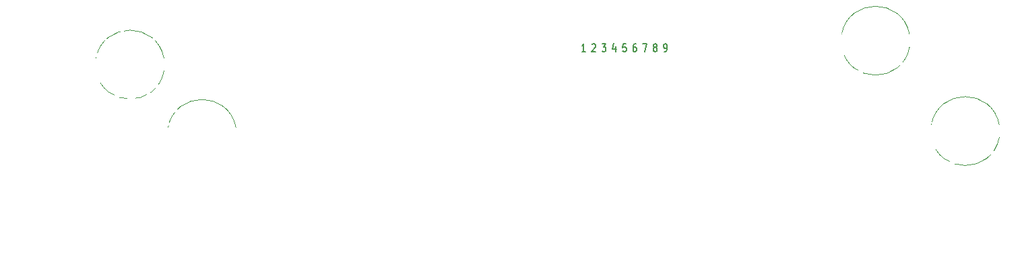
<source format=gbr>
%TF.GenerationSoftware,KiCad,Pcbnew,8.0.5*%
%TF.CreationDate,2026-02-16T11:04:40+00:00*%
%TF.ProjectId,CD32 pad,43443332-2070-4616-942e-6b696361645f,rev?*%
%TF.SameCoordinates,Original*%
%TF.FileFunction,Legend,Top*%
%TF.FilePolarity,Positive*%
%FSLAX46Y46*%
G04 Gerber Fmt 4.6, Leading zero omitted, Abs format (unit mm)*
G04 Created by KiCad (PCBNEW 8.0.5) date 2026-02-16 11:04:40*
%MOMM*%
%LPD*%
G01*
G04 APERTURE LIST*
G04 Aperture macros list*
%AMRoundRect*
0 Rectangle with rounded corners*
0 $1 Rounding radius*
0 $2 $3 $4 $5 $6 $7 $8 $9 X,Y pos of 4 corners*
0 Add a 4 corners polygon primitive as box body*
4,1,4,$2,$3,$4,$5,$6,$7,$8,$9,$2,$3,0*
0 Add four circle primitives for the rounded corners*
1,1,$1+$1,$2,$3*
1,1,$1+$1,$4,$5*
1,1,$1+$1,$6,$7*
1,1,$1+$1,$8,$9*
0 Add four rect primitives between the rounded corners*
20,1,$1+$1,$2,$3,$4,$5,0*
20,1,$1+$1,$4,$5,$6,$7,0*
20,1,$1+$1,$6,$7,$8,$9,0*
20,1,$1+$1,$8,$9,$2,$3,0*%
%AMFreePoly0*
4,1,112,0.210476,1.108134,0.334819,1.036344,0.436344,0.934819,0.508134,0.810476,0.545295,0.671789,0.550000,0.600000,0.550000,0.003100,0.912920,-0.037398,1.374502,-0.125110,1.828012,-0.247912,2.270786,-0.405082,2.700224,-0.595697,2.700225,-0.595697,2.776987,-0.649709,2.833303,-0.724799,2.863658,-0.813615,2.865081,-0.907465,2.837434,-0.997162,2.783422,-1.073924,2.708332,-1.130240,
2.619516,-1.160595,2.525666,-1.162018,2.435969,-1.134371,2.245559,-1.040965,2.100000,-0.982925,2.100000,-5.200000,2.097433,-5.239158,2.077164,-5.314805,2.038006,-5.382628,1.982628,-5.438006,1.914805,-5.477164,1.839158,-5.497433,1.760842,-5.497433,1.685195,-5.477164,1.617372,-5.438006,1.561994,-5.382628,1.522836,-5.314805,1.502567,-5.239158,1.500000,-5.200000,1.500000,-0.774045,
1.446675,-0.757388,1.033299,-0.662293,0.613855,-0.599132,0.190806,-0.568277,-0.233363,-0.569909,-0.300000,-0.575284,-0.300000,-5.600000,-0.302567,-5.639158,-0.322836,-5.714805,-0.361994,-5.782628,-0.417372,-5.838006,-0.485195,-5.877164,-0.560842,-5.897433,-0.639158,-5.897433,-0.714805,-5.877164,-0.782628,-5.838006,-0.838006,-5.782628,-0.877164,-5.714805,-0.897433,-5.639158,-0.900000,-5.600000,
-0.900000,-0.642656,-1.075108,-0.670404,-1.487739,-0.768677,-1.891633,-0.898261,-2.284418,-1.058393,-2.663787,-1.248134,-2.700000,-1.269861,-2.700000,-5.000000,-2.702567,-5.039158,-2.722836,-5.114805,-2.761994,-5.182628,-2.817372,-5.238006,-2.885195,-5.277164,-2.960842,-5.297433,-3.039158,-5.297433,-3.114805,-5.277164,-3.182628,-5.238006,-3.238006,-5.182628,-3.277164,-5.114805,-3.297433,-5.039158,
-3.300000,-5.000000,-3.300000,-1.100001,-3.298549,-1.077880,-3.298842,-1.073665,-3.298071,-1.070583,-3.297433,-1.060843,-3.277164,-0.985196,-3.276388,-0.983852,-3.276077,-0.982607,-3.270804,-0.974180,-3.238006,-0.917373,-3.230660,-0.910027,-3.226288,-0.903040,-3.210143,-0.889510,-3.182628,-0.861995,-3.165531,-0.852124,-3.154349,-0.842753,-2.742496,-0.616636,-2.314537,-0.422723,-1.872985,-0.262150,
-1.420433,-0.135863,-0.959540,-0.044602,-0.550000,0.004292,-0.550000,0.600000,-0.545295,0.671789,-0.508134,0.810476,-0.436344,0.934819,-0.334819,1.036344,-0.210476,1.108134,-0.071789,1.145295,0.071789,1.145295,0.210476,1.108134,0.210476,1.108134,$1*%
G04 Aperture macros list end*
%ADD10C,0.150000*%
%ADD11C,0.120000*%
%ADD12C,0.100000*%
%ADD13RoundRect,0.150000X-0.150000X0.825000X-0.150000X-0.825000X0.150000X-0.825000X0.150000X0.825000X0*%
%ADD14FreePoly0,90.000000*%
%ADD15FreePoly0,270.000000*%
%ADD16R,1.000000X1.000000*%
%ADD17O,1.000000X1.000000*%
%ADD18R,1.600000X1.600000*%
%ADD19C,1.600000*%
%ADD20C,2.100000*%
%ADD21C,1.750000*%
G04 APERTURE END LIST*
D10*
X156920112Y-86769819D02*
X156491541Y-86769819D01*
X156705826Y-86769819D02*
X156705826Y-85769819D01*
X156705826Y-85769819D02*
X156634398Y-85912676D01*
X156634398Y-85912676D02*
X156562969Y-86007914D01*
X156562969Y-86007914D02*
X156491541Y-86055533D01*
X157777256Y-85865057D02*
X157812970Y-85817438D01*
X157812970Y-85817438D02*
X157884399Y-85769819D01*
X157884399Y-85769819D02*
X158062970Y-85769819D01*
X158062970Y-85769819D02*
X158134399Y-85817438D01*
X158134399Y-85817438D02*
X158170113Y-85865057D01*
X158170113Y-85865057D02*
X158205827Y-85960295D01*
X158205827Y-85960295D02*
X158205827Y-86055533D01*
X158205827Y-86055533D02*
X158170113Y-86198390D01*
X158170113Y-86198390D02*
X157741541Y-86769819D01*
X157741541Y-86769819D02*
X158205827Y-86769819D01*
X159027256Y-85769819D02*
X159491542Y-85769819D01*
X159491542Y-85769819D02*
X159241542Y-86150771D01*
X159241542Y-86150771D02*
X159348685Y-86150771D01*
X159348685Y-86150771D02*
X159420114Y-86198390D01*
X159420114Y-86198390D02*
X159455828Y-86246009D01*
X159455828Y-86246009D02*
X159491542Y-86341247D01*
X159491542Y-86341247D02*
X159491542Y-86579342D01*
X159491542Y-86579342D02*
X159455828Y-86674580D01*
X159455828Y-86674580D02*
X159420114Y-86722200D01*
X159420114Y-86722200D02*
X159348685Y-86769819D01*
X159348685Y-86769819D02*
X159134399Y-86769819D01*
X159134399Y-86769819D02*
X159062971Y-86722200D01*
X159062971Y-86722200D02*
X159027256Y-86674580D01*
X160705829Y-86103152D02*
X160705829Y-86769819D01*
X160527257Y-85722200D02*
X160348686Y-86436485D01*
X160348686Y-86436485D02*
X160812971Y-86436485D01*
X162027258Y-85769819D02*
X161670115Y-85769819D01*
X161670115Y-85769819D02*
X161634401Y-86246009D01*
X161634401Y-86246009D02*
X161670115Y-86198390D01*
X161670115Y-86198390D02*
X161741544Y-86150771D01*
X161741544Y-86150771D02*
X161920115Y-86150771D01*
X161920115Y-86150771D02*
X161991544Y-86198390D01*
X161991544Y-86198390D02*
X162027258Y-86246009D01*
X162027258Y-86246009D02*
X162062972Y-86341247D01*
X162062972Y-86341247D02*
X162062972Y-86579342D01*
X162062972Y-86579342D02*
X162027258Y-86674580D01*
X162027258Y-86674580D02*
X161991544Y-86722200D01*
X161991544Y-86722200D02*
X161920115Y-86769819D01*
X161920115Y-86769819D02*
X161741544Y-86769819D01*
X161741544Y-86769819D02*
X161670115Y-86722200D01*
X161670115Y-86722200D02*
X161634401Y-86674580D01*
X163277259Y-85769819D02*
X163134401Y-85769819D01*
X163134401Y-85769819D02*
X163062973Y-85817438D01*
X163062973Y-85817438D02*
X163027259Y-85865057D01*
X163027259Y-85865057D02*
X162955830Y-86007914D01*
X162955830Y-86007914D02*
X162920116Y-86198390D01*
X162920116Y-86198390D02*
X162920116Y-86579342D01*
X162920116Y-86579342D02*
X162955830Y-86674580D01*
X162955830Y-86674580D02*
X162991544Y-86722200D01*
X162991544Y-86722200D02*
X163062973Y-86769819D01*
X163062973Y-86769819D02*
X163205830Y-86769819D01*
X163205830Y-86769819D02*
X163277259Y-86722200D01*
X163277259Y-86722200D02*
X163312973Y-86674580D01*
X163312973Y-86674580D02*
X163348687Y-86579342D01*
X163348687Y-86579342D02*
X163348687Y-86341247D01*
X163348687Y-86341247D02*
X163312973Y-86246009D01*
X163312973Y-86246009D02*
X163277259Y-86198390D01*
X163277259Y-86198390D02*
X163205830Y-86150771D01*
X163205830Y-86150771D02*
X163062973Y-86150771D01*
X163062973Y-86150771D02*
X162991544Y-86198390D01*
X162991544Y-86198390D02*
X162955830Y-86246009D01*
X162955830Y-86246009D02*
X162920116Y-86341247D01*
X164170116Y-85769819D02*
X164670116Y-85769819D01*
X164670116Y-85769819D02*
X164348688Y-86769819D01*
X165634403Y-86198390D02*
X165562974Y-86150771D01*
X165562974Y-86150771D02*
X165527260Y-86103152D01*
X165527260Y-86103152D02*
X165491546Y-86007914D01*
X165491546Y-86007914D02*
X165491546Y-85960295D01*
X165491546Y-85960295D02*
X165527260Y-85865057D01*
X165527260Y-85865057D02*
X165562974Y-85817438D01*
X165562974Y-85817438D02*
X165634403Y-85769819D01*
X165634403Y-85769819D02*
X165777260Y-85769819D01*
X165777260Y-85769819D02*
X165848689Y-85817438D01*
X165848689Y-85817438D02*
X165884403Y-85865057D01*
X165884403Y-85865057D02*
X165920117Y-85960295D01*
X165920117Y-85960295D02*
X165920117Y-86007914D01*
X165920117Y-86007914D02*
X165884403Y-86103152D01*
X165884403Y-86103152D02*
X165848689Y-86150771D01*
X165848689Y-86150771D02*
X165777260Y-86198390D01*
X165777260Y-86198390D02*
X165634403Y-86198390D01*
X165634403Y-86198390D02*
X165562974Y-86246009D01*
X165562974Y-86246009D02*
X165527260Y-86293628D01*
X165527260Y-86293628D02*
X165491546Y-86388866D01*
X165491546Y-86388866D02*
X165491546Y-86579342D01*
X165491546Y-86579342D02*
X165527260Y-86674580D01*
X165527260Y-86674580D02*
X165562974Y-86722200D01*
X165562974Y-86722200D02*
X165634403Y-86769819D01*
X165634403Y-86769819D02*
X165777260Y-86769819D01*
X165777260Y-86769819D02*
X165848689Y-86722200D01*
X165848689Y-86722200D02*
X165884403Y-86674580D01*
X165884403Y-86674580D02*
X165920117Y-86579342D01*
X165920117Y-86579342D02*
X165920117Y-86388866D01*
X165920117Y-86388866D02*
X165884403Y-86293628D01*
X165884403Y-86293628D02*
X165848689Y-86246009D01*
X165848689Y-86246009D02*
X165777260Y-86198390D01*
X166848689Y-86769819D02*
X166991546Y-86769819D01*
X166991546Y-86769819D02*
X167062975Y-86722200D01*
X167062975Y-86722200D02*
X167098689Y-86674580D01*
X167098689Y-86674580D02*
X167170118Y-86531723D01*
X167170118Y-86531723D02*
X167205832Y-86341247D01*
X167205832Y-86341247D02*
X167205832Y-85960295D01*
X167205832Y-85960295D02*
X167170118Y-85865057D01*
X167170118Y-85865057D02*
X167134404Y-85817438D01*
X167134404Y-85817438D02*
X167062975Y-85769819D01*
X167062975Y-85769819D02*
X166920118Y-85769819D01*
X166920118Y-85769819D02*
X166848689Y-85817438D01*
X166848689Y-85817438D02*
X166812975Y-85865057D01*
X166812975Y-85865057D02*
X166777261Y-85960295D01*
X166777261Y-85960295D02*
X166777261Y-86198390D01*
X166777261Y-86198390D02*
X166812975Y-86293628D01*
X166812975Y-86293628D02*
X166848689Y-86341247D01*
X166848689Y-86341247D02*
X166920118Y-86388866D01*
X166920118Y-86388866D02*
X167062975Y-86388866D01*
X167062975Y-86388866D02*
X167134404Y-86341247D01*
X167134404Y-86341247D02*
X167170118Y-86293628D01*
X167170118Y-86293628D02*
X167205832Y-86198390D01*
X167738095Y-94129819D02*
X167738095Y-94939342D01*
X167738095Y-94939342D02*
X167785714Y-95034580D01*
X167785714Y-95034580D02*
X167833333Y-95082200D01*
X167833333Y-95082200D02*
X167928571Y-95129819D01*
X167928571Y-95129819D02*
X168119047Y-95129819D01*
X168119047Y-95129819D02*
X168214285Y-95082200D01*
X168214285Y-95082200D02*
X168261904Y-95034580D01*
X168261904Y-95034580D02*
X168309523Y-94939342D01*
X168309523Y-94939342D02*
X168309523Y-94129819D01*
X168738095Y-94225057D02*
X168785714Y-94177438D01*
X168785714Y-94177438D02*
X168880952Y-94129819D01*
X168880952Y-94129819D02*
X169119047Y-94129819D01*
X169119047Y-94129819D02*
X169214285Y-94177438D01*
X169214285Y-94177438D02*
X169261904Y-94225057D01*
X169261904Y-94225057D02*
X169309523Y-94320295D01*
X169309523Y-94320295D02*
X169309523Y-94415533D01*
X169309523Y-94415533D02*
X169261904Y-94558390D01*
X169261904Y-94558390D02*
X168690476Y-95129819D01*
X168690476Y-95129819D02*
X169309523Y-95129819D01*
X159380952Y-96879819D02*
X160047618Y-96879819D01*
X160047618Y-96879819D02*
X159619047Y-97879819D01*
X160857142Y-97213152D02*
X160857142Y-97879819D01*
X160619047Y-96832200D02*
X160380952Y-97546485D01*
X160380952Y-97546485D02*
X160999999Y-97546485D01*
X161857142Y-97879819D02*
X161380952Y-97879819D01*
X161380952Y-97879819D02*
X161380952Y-96879819D01*
X162142857Y-97832200D02*
X162285714Y-97879819D01*
X162285714Y-97879819D02*
X162523809Y-97879819D01*
X162523809Y-97879819D02*
X162619047Y-97832200D01*
X162619047Y-97832200D02*
X162666666Y-97784580D01*
X162666666Y-97784580D02*
X162714285Y-97689342D01*
X162714285Y-97689342D02*
X162714285Y-97594104D01*
X162714285Y-97594104D02*
X162666666Y-97498866D01*
X162666666Y-97498866D02*
X162619047Y-97451247D01*
X162619047Y-97451247D02*
X162523809Y-97403628D01*
X162523809Y-97403628D02*
X162333333Y-97356009D01*
X162333333Y-97356009D02*
X162238095Y-97308390D01*
X162238095Y-97308390D02*
X162190476Y-97260771D01*
X162190476Y-97260771D02*
X162142857Y-97165533D01*
X162142857Y-97165533D02*
X162142857Y-97070295D01*
X162142857Y-97070295D02*
X162190476Y-96975057D01*
X162190476Y-96975057D02*
X162238095Y-96927438D01*
X162238095Y-96927438D02*
X162333333Y-96879819D01*
X162333333Y-96879819D02*
X162571428Y-96879819D01*
X162571428Y-96879819D02*
X162714285Y-96927438D01*
X163666666Y-97879819D02*
X163095238Y-97879819D01*
X163380952Y-97879819D02*
X163380952Y-96879819D01*
X163380952Y-96879819D02*
X163285714Y-97022676D01*
X163285714Y-97022676D02*
X163190476Y-97117914D01*
X163190476Y-97117914D02*
X163095238Y-97165533D01*
X164047619Y-96975057D02*
X164095238Y-96927438D01*
X164095238Y-96927438D02*
X164190476Y-96879819D01*
X164190476Y-96879819D02*
X164428571Y-96879819D01*
X164428571Y-96879819D02*
X164523809Y-96927438D01*
X164523809Y-96927438D02*
X164571428Y-96975057D01*
X164571428Y-96975057D02*
X164619047Y-97070295D01*
X164619047Y-97070295D02*
X164619047Y-97165533D01*
X164619047Y-97165533D02*
X164571428Y-97308390D01*
X164571428Y-97308390D02*
X164000000Y-97879819D01*
X164000000Y-97879819D02*
X164619047Y-97879819D01*
X165523809Y-96879819D02*
X165047619Y-96879819D01*
X165047619Y-96879819D02*
X165000000Y-97356009D01*
X165000000Y-97356009D02*
X165047619Y-97308390D01*
X165047619Y-97308390D02*
X165142857Y-97260771D01*
X165142857Y-97260771D02*
X165380952Y-97260771D01*
X165380952Y-97260771D02*
X165476190Y-97308390D01*
X165476190Y-97308390D02*
X165523809Y-97356009D01*
X165523809Y-97356009D02*
X165571428Y-97451247D01*
X165571428Y-97451247D02*
X165571428Y-97689342D01*
X165571428Y-97689342D02*
X165523809Y-97784580D01*
X165523809Y-97784580D02*
X165476190Y-97832200D01*
X165476190Y-97832200D02*
X165380952Y-97879819D01*
X165380952Y-97879819D02*
X165142857Y-97879819D01*
X165142857Y-97879819D02*
X165047619Y-97832200D01*
X165047619Y-97832200D02*
X165000000Y-97784580D01*
X153988095Y-94129819D02*
X153988095Y-94939342D01*
X153988095Y-94939342D02*
X154035714Y-95034580D01*
X154035714Y-95034580D02*
X154083333Y-95082200D01*
X154083333Y-95082200D02*
X154178571Y-95129819D01*
X154178571Y-95129819D02*
X154369047Y-95129819D01*
X154369047Y-95129819D02*
X154464285Y-95082200D01*
X154464285Y-95082200D02*
X154511904Y-95034580D01*
X154511904Y-95034580D02*
X154559523Y-94939342D01*
X154559523Y-94939342D02*
X154559523Y-94129819D01*
X155559523Y-95129819D02*
X154988095Y-95129819D01*
X155273809Y-95129819D02*
X155273809Y-94129819D01*
X155273809Y-94129819D02*
X155178571Y-94272676D01*
X155178571Y-94272676D02*
X155083333Y-94367914D01*
X155083333Y-94367914D02*
X154988095Y-94415533D01*
X144880952Y-96879819D02*
X145547618Y-96879819D01*
X145547618Y-96879819D02*
X145119047Y-97879819D01*
X146357142Y-97213152D02*
X146357142Y-97879819D01*
X146119047Y-96832200D02*
X145880952Y-97546485D01*
X145880952Y-97546485D02*
X146499999Y-97546485D01*
X147357142Y-97879819D02*
X146880952Y-97879819D01*
X146880952Y-97879819D02*
X146880952Y-96879819D01*
X147642857Y-97832200D02*
X147785714Y-97879819D01*
X147785714Y-97879819D02*
X148023809Y-97879819D01*
X148023809Y-97879819D02*
X148119047Y-97832200D01*
X148119047Y-97832200D02*
X148166666Y-97784580D01*
X148166666Y-97784580D02*
X148214285Y-97689342D01*
X148214285Y-97689342D02*
X148214285Y-97594104D01*
X148214285Y-97594104D02*
X148166666Y-97498866D01*
X148166666Y-97498866D02*
X148119047Y-97451247D01*
X148119047Y-97451247D02*
X148023809Y-97403628D01*
X148023809Y-97403628D02*
X147833333Y-97356009D01*
X147833333Y-97356009D02*
X147738095Y-97308390D01*
X147738095Y-97308390D02*
X147690476Y-97260771D01*
X147690476Y-97260771D02*
X147642857Y-97165533D01*
X147642857Y-97165533D02*
X147642857Y-97070295D01*
X147642857Y-97070295D02*
X147690476Y-96975057D01*
X147690476Y-96975057D02*
X147738095Y-96927438D01*
X147738095Y-96927438D02*
X147833333Y-96879819D01*
X147833333Y-96879819D02*
X148071428Y-96879819D01*
X148071428Y-96879819D02*
X148214285Y-96927438D01*
X149166666Y-97879819D02*
X148595238Y-97879819D01*
X148880952Y-97879819D02*
X148880952Y-96879819D01*
X148880952Y-96879819D02*
X148785714Y-97022676D01*
X148785714Y-97022676D02*
X148690476Y-97117914D01*
X148690476Y-97117914D02*
X148595238Y-97165533D01*
X150023809Y-96879819D02*
X149833333Y-96879819D01*
X149833333Y-96879819D02*
X149738095Y-96927438D01*
X149738095Y-96927438D02*
X149690476Y-96975057D01*
X149690476Y-96975057D02*
X149595238Y-97117914D01*
X149595238Y-97117914D02*
X149547619Y-97308390D01*
X149547619Y-97308390D02*
X149547619Y-97689342D01*
X149547619Y-97689342D02*
X149595238Y-97784580D01*
X149595238Y-97784580D02*
X149642857Y-97832200D01*
X149642857Y-97832200D02*
X149738095Y-97879819D01*
X149738095Y-97879819D02*
X149928571Y-97879819D01*
X149928571Y-97879819D02*
X150023809Y-97832200D01*
X150023809Y-97832200D02*
X150071428Y-97784580D01*
X150071428Y-97784580D02*
X150119047Y-97689342D01*
X150119047Y-97689342D02*
X150119047Y-97451247D01*
X150119047Y-97451247D02*
X150071428Y-97356009D01*
X150071428Y-97356009D02*
X150023809Y-97308390D01*
X150023809Y-97308390D02*
X149928571Y-97260771D01*
X149928571Y-97260771D02*
X149738095Y-97260771D01*
X149738095Y-97260771D02*
X149642857Y-97308390D01*
X149642857Y-97308390D02*
X149595238Y-97356009D01*
X149595238Y-97356009D02*
X149547619Y-97451247D01*
X151023809Y-96879819D02*
X150547619Y-96879819D01*
X150547619Y-96879819D02*
X150500000Y-97356009D01*
X150500000Y-97356009D02*
X150547619Y-97308390D01*
X150547619Y-97308390D02*
X150642857Y-97260771D01*
X150642857Y-97260771D02*
X150880952Y-97260771D01*
X150880952Y-97260771D02*
X150976190Y-97308390D01*
X150976190Y-97308390D02*
X151023809Y-97356009D01*
X151023809Y-97356009D02*
X151071428Y-97451247D01*
X151071428Y-97451247D02*
X151071428Y-97689342D01*
X151071428Y-97689342D02*
X151023809Y-97784580D01*
X151023809Y-97784580D02*
X150976190Y-97832200D01*
X150976190Y-97832200D02*
X150880952Y-97879819D01*
X150880952Y-97879819D02*
X150642857Y-97879819D01*
X150642857Y-97879819D02*
X150547619Y-97832200D01*
X150547619Y-97832200D02*
X150500000Y-97784580D01*
X173333333Y-95609580D02*
X173285714Y-95657200D01*
X173285714Y-95657200D02*
X173142857Y-95704819D01*
X173142857Y-95704819D02*
X173047619Y-95704819D01*
X173047619Y-95704819D02*
X172904762Y-95657200D01*
X172904762Y-95657200D02*
X172809524Y-95561961D01*
X172809524Y-95561961D02*
X172761905Y-95466723D01*
X172761905Y-95466723D02*
X172714286Y-95276247D01*
X172714286Y-95276247D02*
X172714286Y-95133390D01*
X172714286Y-95133390D02*
X172761905Y-94942914D01*
X172761905Y-94942914D02*
X172809524Y-94847676D01*
X172809524Y-94847676D02*
X172904762Y-94752438D01*
X172904762Y-94752438D02*
X173047619Y-94704819D01*
X173047619Y-94704819D02*
X173142857Y-94704819D01*
X173142857Y-94704819D02*
X173285714Y-94752438D01*
X173285714Y-94752438D02*
X173333333Y-94800057D01*
X173714286Y-94800057D02*
X173761905Y-94752438D01*
X173761905Y-94752438D02*
X173857143Y-94704819D01*
X173857143Y-94704819D02*
X174095238Y-94704819D01*
X174095238Y-94704819D02*
X174190476Y-94752438D01*
X174190476Y-94752438D02*
X174238095Y-94800057D01*
X174238095Y-94800057D02*
X174285714Y-94895295D01*
X174285714Y-94895295D02*
X174285714Y-94990533D01*
X174285714Y-94990533D02*
X174238095Y-95133390D01*
X174238095Y-95133390D02*
X173666667Y-95704819D01*
X173666667Y-95704819D02*
X174285714Y-95704819D01*
D11*
%TO.C,U2*%
X158125000Y-97450000D02*
X158125000Y-95500000D01*
X158125000Y-97450000D02*
X158125000Y-99400000D01*
X166995000Y-97450000D02*
X166995000Y-95500000D01*
X166995000Y-97450000D02*
X166995000Y-99400000D01*
X167260000Y-94990000D02*
X166930000Y-94750000D01*
X167260000Y-94510000D01*
X167260000Y-94990000D01*
G36*
X167260000Y-94990000D02*
G01*
X166930000Y-94750000D01*
X167260000Y-94510000D01*
X167260000Y-94990000D01*
G37*
D12*
%TO.C,SW8*%
X177749490Y-95975001D02*
G75*
G02*
X186297889Y-95961116I4275510J-799999D01*
G01*
X186297889Y-97575001D02*
G75*
G02*
X177749490Y-97561116I-4272889J813884D01*
G01*
D11*
%TO.C,U1*%
X142940000Y-97425000D02*
X142940000Y-95475000D01*
X142940000Y-97425000D02*
X142940000Y-99375000D01*
X153060000Y-97425000D02*
X153060000Y-95475000D01*
X153060000Y-97425000D02*
X153060000Y-99375000D01*
X153335000Y-94965000D02*
X153005000Y-94725000D01*
X153335000Y-94485000D01*
X153335000Y-94965000D01*
G36*
X153335000Y-94965000D02*
G01*
X153005000Y-94725000D01*
X153335000Y-94485000D01*
X153335000Y-94965000D01*
G37*
D12*
%TO.C,SW12*%
X158574490Y-108376943D02*
G75*
G02*
X167122889Y-108363058I4275510J-799999D01*
G01*
X167122889Y-109976943D02*
G75*
G02*
X158574490Y-109963058I-4272889J813884D01*
G01*
%TO.C,SW1*%
X95427111Y-87599999D02*
G75*
G02*
X103975510Y-87613884I4272889J-813884D01*
G01*
X103975510Y-89199999D02*
G75*
G02*
X95427111Y-89213884I-4275510J799999D01*
G01*
%TO.C,SW2*%
X95427111Y-105099999D02*
G75*
G02*
X103975510Y-105113884I4272889J-813884D01*
G01*
X103975510Y-106699999D02*
G75*
G02*
X95427111Y-106713884I-4275510J799999D01*
G01*
%TO.C,SW7*%
X189124490Y-84600001D02*
G75*
G02*
X197672889Y-84586116I4275510J-799999D01*
G01*
X197672889Y-86200001D02*
G75*
G02*
X189124490Y-86186116I-4272889J813884D01*
G01*
%TO.C,SW3*%
X86477111Y-96349999D02*
G75*
G02*
X95025510Y-96363884I4272889J-813884D01*
G01*
X95025510Y-97949999D02*
G75*
G02*
X86477111Y-97963884I-4275510J799999D01*
G01*
%TO.C,SW4*%
X104474490Y-96350001D02*
G75*
G02*
X113022889Y-96336116I4275510J-799999D01*
G01*
X113022889Y-97950001D02*
G75*
G02*
X104474490Y-97936116I-4272889J813884D01*
G01*
%TO.C,SW11*%
X127477111Y-108363882D02*
G75*
G02*
X136025510Y-108377767I4272889J-813884D01*
G01*
X136025510Y-109963882D02*
G75*
G02*
X127477111Y-109977767I-4275510J799999D01*
G01*
%TO.C,SW6*%
X189099490Y-107350001D02*
G75*
G02*
X197647889Y-107336116I4275510J-799999D01*
G01*
X197647889Y-108950001D02*
G75*
G02*
X189099490Y-108936116I-4272889J813884D01*
G01*
D11*
%TO.C,C2*%
X168240113Y-90875000D02*
X168740113Y-90875000D01*
X168490113Y-90625000D02*
X168490113Y-91125000D01*
X171044888Y-89770000D02*
X171044888Y-91310000D01*
X171044888Y-93390000D02*
X171044888Y-94930000D01*
X171084888Y-89770000D02*
X171084888Y-91310000D01*
X171084888Y-93390000D02*
X171084888Y-94930000D01*
X171124888Y-89771000D02*
X171124888Y-91310000D01*
X171124888Y-93390000D02*
X171124888Y-94929000D01*
X171164888Y-89772000D02*
X171164888Y-91310000D01*
X171164888Y-93390000D02*
X171164888Y-94928000D01*
X171204888Y-89774000D02*
X171204888Y-91310000D01*
X171204888Y-93390000D02*
X171204888Y-94926000D01*
X171244888Y-89777000D02*
X171244888Y-91310000D01*
X171244888Y-93390000D02*
X171244888Y-94923000D01*
X171284888Y-89781000D02*
X171284888Y-91310000D01*
X171284888Y-93390000D02*
X171284888Y-94919000D01*
X171324888Y-89785000D02*
X171324888Y-91310000D01*
X171324888Y-93390000D02*
X171324888Y-94915000D01*
X171364888Y-89789000D02*
X171364888Y-91310000D01*
X171364888Y-93390000D02*
X171364888Y-94911000D01*
X171404888Y-89794000D02*
X171404888Y-91310000D01*
X171404888Y-93390000D02*
X171404888Y-94906000D01*
X171444888Y-89800000D02*
X171444888Y-91310000D01*
X171444888Y-93390000D02*
X171444888Y-94900000D01*
X171484888Y-89807000D02*
X171484888Y-91310000D01*
X171484888Y-93390000D02*
X171484888Y-94893000D01*
X171524888Y-89814000D02*
X171524888Y-91310000D01*
X171524888Y-93390000D02*
X171524888Y-94886000D01*
X171564888Y-89822000D02*
X171564888Y-91310000D01*
X171564888Y-93390000D02*
X171564888Y-94878000D01*
X171604888Y-89830000D02*
X171604888Y-91310000D01*
X171604888Y-93390000D02*
X171604888Y-94870000D01*
X171644888Y-89839000D02*
X171644888Y-91310000D01*
X171644888Y-93390000D02*
X171644888Y-94861000D01*
X171684888Y-89849000D02*
X171684888Y-91310000D01*
X171684888Y-93390000D02*
X171684888Y-94851000D01*
X171724888Y-89859000D02*
X171724888Y-91310000D01*
X171724888Y-93390000D02*
X171724888Y-94841000D01*
X171765888Y-89870000D02*
X171765888Y-91310000D01*
X171765888Y-93390000D02*
X171765888Y-94830000D01*
X171805888Y-89882000D02*
X171805888Y-91310000D01*
X171805888Y-93390000D02*
X171805888Y-94818000D01*
X171845888Y-89895000D02*
X171845888Y-91310000D01*
X171845888Y-93390000D02*
X171845888Y-94805000D01*
X171885888Y-89908000D02*
X171885888Y-91310000D01*
X171885888Y-93390000D02*
X171885888Y-94792000D01*
X171925888Y-89922000D02*
X171925888Y-91310000D01*
X171925888Y-93390000D02*
X171925888Y-94778000D01*
X171965888Y-89936000D02*
X171965888Y-91310000D01*
X171965888Y-93390000D02*
X171965888Y-94764000D01*
X172005888Y-89952000D02*
X172005888Y-91310000D01*
X172005888Y-93390000D02*
X172005888Y-94748000D01*
X172045888Y-89968000D02*
X172045888Y-91310000D01*
X172045888Y-93390000D02*
X172045888Y-94732000D01*
X172085888Y-89985000D02*
X172085888Y-91310000D01*
X172085888Y-93390000D02*
X172085888Y-94715000D01*
X172125888Y-90002000D02*
X172125888Y-91310000D01*
X172125888Y-93390000D02*
X172125888Y-94698000D01*
X172165888Y-90021000D02*
X172165888Y-91310000D01*
X172165888Y-93390000D02*
X172165888Y-94679000D01*
X172205888Y-90040000D02*
X172205888Y-91310000D01*
X172205888Y-93390000D02*
X172205888Y-94660000D01*
X172245888Y-90060000D02*
X172245888Y-91310000D01*
X172245888Y-93390000D02*
X172245888Y-94640000D01*
X172285888Y-90082000D02*
X172285888Y-91310000D01*
X172285888Y-93390000D02*
X172285888Y-94618000D01*
X172325888Y-90103000D02*
X172325888Y-91310000D01*
X172325888Y-93390000D02*
X172325888Y-94597000D01*
X172365888Y-90126000D02*
X172365888Y-91310000D01*
X172365888Y-93390000D02*
X172365888Y-94574000D01*
X172405888Y-90150000D02*
X172405888Y-91310000D01*
X172405888Y-93390000D02*
X172405888Y-94550000D01*
X172445888Y-90175000D02*
X172445888Y-91310000D01*
X172445888Y-93390000D02*
X172445888Y-94525000D01*
X172485888Y-90201000D02*
X172485888Y-91310000D01*
X172485888Y-93390000D02*
X172485888Y-94499000D01*
X172525888Y-90228000D02*
X172525888Y-91310000D01*
X172525888Y-93390000D02*
X172525888Y-94472000D01*
X172565888Y-90255000D02*
X172565888Y-91310000D01*
X172565888Y-93390000D02*
X172565888Y-94445000D01*
X172605888Y-90285000D02*
X172605888Y-91310000D01*
X172605888Y-93390000D02*
X172605888Y-94415000D01*
X172645888Y-90315000D02*
X172645888Y-91310000D01*
X172645888Y-93390000D02*
X172645888Y-94385000D01*
X172685888Y-90346000D02*
X172685888Y-91310000D01*
X172685888Y-93390000D02*
X172685888Y-94354000D01*
X172725888Y-90379000D02*
X172725888Y-91310000D01*
X172725888Y-93390000D02*
X172725888Y-94321000D01*
X172765888Y-90413000D02*
X172765888Y-91310000D01*
X172765888Y-93390000D02*
X172765888Y-94287000D01*
X172805888Y-90449000D02*
X172805888Y-91310000D01*
X172805888Y-93390000D02*
X172805888Y-94251000D01*
X172845888Y-90486000D02*
X172845888Y-91310000D01*
X172845888Y-93390000D02*
X172845888Y-94214000D01*
X172885888Y-90524000D02*
X172885888Y-91310000D01*
X172885888Y-93390000D02*
X172885888Y-94176000D01*
X172925888Y-90565000D02*
X172925888Y-91310000D01*
X172925888Y-93390000D02*
X172925888Y-94135000D01*
X172965888Y-90607000D02*
X172965888Y-91310000D01*
X172965888Y-93390000D02*
X172965888Y-94093000D01*
X173005888Y-90651000D02*
X173005888Y-91310000D01*
X173005888Y-93390000D02*
X173005888Y-94049000D01*
X173045888Y-90697000D02*
X173045888Y-91310000D01*
X173045888Y-93390000D02*
X173045888Y-94003000D01*
X173085888Y-90745000D02*
X173085888Y-93955000D01*
X173125888Y-90796000D02*
X173125888Y-93904000D01*
X173165888Y-90850000D02*
X173165888Y-93850000D01*
X173205888Y-90907000D02*
X173205888Y-93793000D01*
X173245888Y-90967000D02*
X173245888Y-93733000D01*
X173285888Y-91031000D02*
X173285888Y-93669000D01*
X173325888Y-91099000D02*
X173325888Y-93601000D01*
X173365888Y-91172000D02*
X173365888Y-93528000D01*
X173405888Y-91252000D02*
X173405888Y-93448000D01*
X173445888Y-91339000D02*
X173445888Y-93361000D01*
X173485888Y-91435000D02*
X173485888Y-93265000D01*
X173525888Y-91545000D02*
X173525888Y-93155000D01*
X173565888Y-91673000D02*
X173565888Y-93027000D01*
X173605888Y-91832000D02*
X173605888Y-92868000D01*
X173645888Y-92066000D02*
X173645888Y-92634000D01*
X173664888Y-92350000D02*
G75*
G02*
X168424888Y-92350000I-2620000J0D01*
G01*
X168424888Y-92350000D02*
G75*
G02*
X173664888Y-92350000I2620000J0D01*
G01*
D12*
%TO.C,SW5*%
X200402111Y-95974999D02*
G75*
G02*
X208950510Y-95988884I4272889J-813884D01*
G01*
X208950510Y-97574999D02*
G75*
G02*
X200402111Y-97588884I-4275510J799999D01*
G01*
%TD*%
%LPC*%
D13*
%TO.C,U2*%
X166370000Y-94975000D03*
X165100000Y-94975000D03*
X163830000Y-94975000D03*
X162560000Y-94975000D03*
X161290000Y-94975000D03*
X160020000Y-94975000D03*
X158750000Y-94975000D03*
X158750000Y-99925000D03*
X160020000Y-99925000D03*
X161290000Y-99925000D03*
X162560000Y-99925000D03*
X163830000Y-99925000D03*
X165100000Y-99925000D03*
X166370000Y-99925000D03*
%TD*%
D14*
%TO.C,SW8*%
X178425000Y-96761116D03*
D15*
X185425000Y-96761116D03*
%TD*%
D13*
%TO.C,U1*%
X152445000Y-94950000D03*
X151175000Y-94950000D03*
X149905000Y-94950000D03*
X148635000Y-94950000D03*
X147365000Y-94950000D03*
X146095000Y-94950000D03*
X144825000Y-94950000D03*
X143555000Y-94950000D03*
X143555000Y-99900000D03*
X144825000Y-99900000D03*
X146095000Y-99900000D03*
X147365000Y-99900000D03*
X148635000Y-99900000D03*
X149905000Y-99900000D03*
X151175000Y-99900000D03*
X152445000Y-99900000D03*
%TD*%
D16*
%TO.C,J1*%
X156750000Y-87650000D03*
D17*
X158020000Y-87650000D03*
X159290000Y-87650000D03*
X160560000Y-87650000D03*
X161830000Y-87650000D03*
X163100000Y-87650000D03*
X164370000Y-87650000D03*
X165640000Y-87650000D03*
X166910000Y-87650000D03*
%TD*%
D14*
%TO.C,SW12*%
X159250000Y-109163058D03*
D15*
X166250000Y-109163058D03*
%TD*%
%TO.C,SW1*%
X103300000Y-88413884D03*
D14*
X96300000Y-88413884D03*
%TD*%
D15*
%TO.C,SW2*%
X103300000Y-105913884D03*
D14*
X96300000Y-105913884D03*
%TD*%
%TO.C,SW7*%
X189800000Y-85386116D03*
D15*
X196800000Y-85386116D03*
%TD*%
%TO.C,SW3*%
X94350000Y-97163884D03*
D14*
X87350000Y-97163884D03*
%TD*%
%TO.C,SW4*%
X105150000Y-97136116D03*
D15*
X112150000Y-97136116D03*
%TD*%
%TO.C,SW11*%
X135350000Y-109177767D03*
D14*
X128350000Y-109177767D03*
%TD*%
%TO.C,SW6*%
X189775000Y-108136116D03*
D15*
X196775000Y-108136116D03*
%TD*%
D18*
%TO.C,C2*%
X170044888Y-92350000D03*
D19*
X172044888Y-92350000D03*
%TD*%
D15*
%TO.C,SW5*%
X208275000Y-96788884D03*
D14*
X201275000Y-96788884D03*
%TD*%
D20*
%TO.C,SW9*%
X175955169Y-92076560D03*
X170998350Y-87119742D03*
D21*
X176831981Y-89431981D03*
X173650000Y-86250000D03*
%TD*%
D20*
%TO.C,SW10*%
X121494579Y-87126812D03*
X116537761Y-92083631D03*
D21*
X118850000Y-86250000D03*
X115668019Y-89431981D03*
%TD*%
%LPD*%
M02*

</source>
